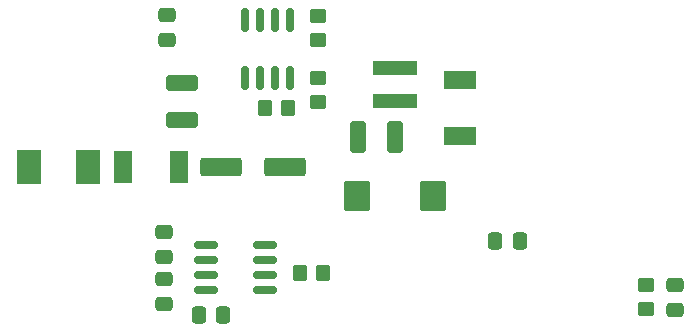
<source format=gbr>
%TF.GenerationSoftware,KiCad,Pcbnew,(6.0.9)*%
%TF.CreationDate,2024-03-01T18:18:27+01:00*%
%TF.ProjectId,HBW-1W-T10-Platine1,4842572d-3157-42d5-9431-302d506c6174,rev?*%
%TF.SameCoordinates,Original*%
%TF.FileFunction,Paste,Top*%
%TF.FilePolarity,Positive*%
%FSLAX46Y46*%
G04 Gerber Fmt 4.6, Leading zero omitted, Abs format (unit mm)*
G04 Created by KiCad (PCBNEW (6.0.9)) date 2024-03-01 18:18:27*
%MOMM*%
%LPD*%
G01*
G04 APERTURE LIST*
G04 Aperture macros list*
%AMRoundRect*
0 Rectangle with rounded corners*
0 $1 Rounding radius*
0 $2 $3 $4 $5 $6 $7 $8 $9 X,Y pos of 4 corners*
0 Add a 4 corners polygon primitive as box body*
4,1,4,$2,$3,$4,$5,$6,$7,$8,$9,$2,$3,0*
0 Add four circle primitives for the rounded corners*
1,1,$1+$1,$2,$3*
1,1,$1+$1,$4,$5*
1,1,$1+$1,$6,$7*
1,1,$1+$1,$8,$9*
0 Add four rect primitives between the rounded corners*
20,1,$1+$1,$2,$3,$4,$5,0*
20,1,$1+$1,$4,$5,$6,$7,0*
20,1,$1+$1,$6,$7,$8,$9,0*
20,1,$1+$1,$8,$9,$2,$3,0*%
G04 Aperture macros list end*
%ADD10R,2.700000X1.500000*%
%ADD11R,3.700000X1.200000*%
%ADD12RoundRect,0.250000X-0.450000X0.350000X-0.450000X-0.350000X0.450000X-0.350000X0.450000X0.350000X0*%
%ADD13RoundRect,0.250000X0.337500X0.475000X-0.337500X0.475000X-0.337500X-0.475000X0.337500X-0.475000X0*%
%ADD14RoundRect,0.250000X0.875000X1.025000X-0.875000X1.025000X-0.875000X-1.025000X0.875000X-1.025000X0*%
%ADD15RoundRect,0.150000X-0.150000X0.825000X-0.150000X-0.825000X0.150000X-0.825000X0.150000X0.825000X0*%
%ADD16RoundRect,0.250000X0.475000X-0.337500X0.475000X0.337500X-0.475000X0.337500X-0.475000X-0.337500X0*%
%ADD17RoundRect,0.250000X-0.350000X-0.450000X0.350000X-0.450000X0.350000X0.450000X-0.350000X0.450000X0*%
%ADD18R,1.500000X2.700000*%
%ADD19RoundRect,0.250000X-0.475000X0.337500X-0.475000X-0.337500X0.475000X-0.337500X0.475000X0.337500X0*%
%ADD20RoundRect,0.250000X0.412500X1.100000X-0.412500X1.100000X-0.412500X-1.100000X0.412500X-1.100000X0*%
%ADD21RoundRect,0.250000X-1.500000X-0.550000X1.500000X-0.550000X1.500000X0.550000X-1.500000X0.550000X0*%
%ADD22RoundRect,0.250000X-0.337500X-0.475000X0.337500X-0.475000X0.337500X0.475000X-0.337500X0.475000X0*%
%ADD23RoundRect,0.150000X0.825000X0.150000X-0.825000X0.150000X-0.825000X-0.150000X0.825000X-0.150000X0*%
%ADD24RoundRect,0.250000X1.100000X-0.412500X1.100000X0.412500X-1.100000X0.412500X-1.100000X-0.412500X0*%
%ADD25R,2.020000X2.950000*%
G04 APERTURE END LIST*
D10*
%TO.C,D3*%
X145000000Y-97600000D03*
X145000000Y-102400000D03*
%TD*%
D11*
%TO.C,L1*%
X139500000Y-99400000D03*
X139500000Y-96600000D03*
%TD*%
D12*
%TO.C,R18*%
X133000000Y-97500000D03*
X133000000Y-99500000D03*
%TD*%
D13*
%TO.C,C21*%
X150075000Y-111250000D03*
X148000000Y-111250000D03*
%TD*%
D14*
%TO.C,C20*%
X136300000Y-107500000D03*
X142700000Y-107500000D03*
%TD*%
D15*
%TO.C,IC3*%
X130655000Y-92525000D03*
X129385000Y-92525000D03*
X128115000Y-92525000D03*
X126845000Y-92525000D03*
X126845000Y-97475000D03*
X128115000Y-97475000D03*
X129385000Y-97475000D03*
X130655000Y-97475000D03*
%TD*%
D16*
%TO.C,C15*%
X120000000Y-112611000D03*
X120000000Y-110536000D03*
%TD*%
D12*
%TO.C,R6*%
X160756600Y-115017800D03*
X160756600Y-117017800D03*
%TD*%
D17*
%TO.C,R16*%
X128500000Y-100000000D03*
X130500000Y-100000000D03*
%TD*%
D18*
%TO.C,D2*%
X121250000Y-105000000D03*
X116450000Y-105000000D03*
%TD*%
D19*
%TO.C,C19*%
X120250000Y-92175000D03*
X120250000Y-94250000D03*
%TD*%
D20*
%TO.C,C22*%
X139500000Y-102500000D03*
X136375000Y-102500000D03*
%TD*%
D21*
%TO.C,C17*%
X130200000Y-105000000D03*
X124800000Y-105000000D03*
%TD*%
D22*
%TO.C,C27*%
X122925000Y-117500000D03*
X125000000Y-117500000D03*
%TD*%
D23*
%TO.C,IC2*%
X128475000Y-115405000D03*
X128475000Y-114135000D03*
X128475000Y-112865000D03*
X128475000Y-111595000D03*
X123525000Y-111595000D03*
X123525000Y-112865000D03*
X123525000Y-114135000D03*
X123525000Y-115405000D03*
%TD*%
D19*
%TO.C,C14*%
X120000000Y-114500000D03*
X120000000Y-116575000D03*
%TD*%
D12*
%TO.C,R17*%
X133000000Y-92250000D03*
X133000000Y-94250000D03*
%TD*%
D16*
%TO.C,C9*%
X163250000Y-117075000D03*
X163250000Y-115000000D03*
%TD*%
D17*
%TO.C,R15*%
X131459600Y-114008000D03*
X133459600Y-114008000D03*
%TD*%
D24*
%TO.C,C18*%
X121500000Y-101000000D03*
X121500000Y-97875000D03*
%TD*%
D25*
%TO.C,SI2*%
X108500000Y-105000000D03*
X113500000Y-105000000D03*
%TD*%
M02*

</source>
